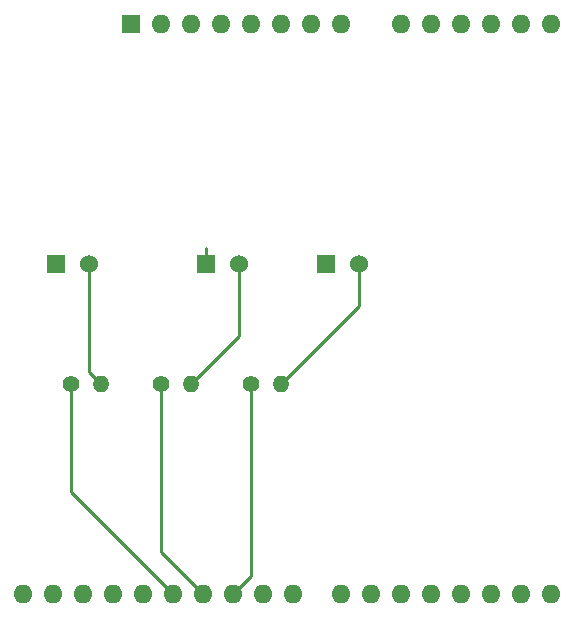
<source format=gbr>
%TF.GenerationSoftware,KiCad,Pcbnew,(6.0.7)*%
%TF.CreationDate,2022-08-16T17:30:29+09:00*%
%TF.ProjectId,uno_shield,756e6f5f-7368-4696-956c-642e6b696361,rev?*%
%TF.SameCoordinates,Original*%
%TF.FileFunction,Copper,L1,Top*%
%TF.FilePolarity,Positive*%
%FSLAX46Y46*%
G04 Gerber Fmt 4.6, Leading zero omitted, Abs format (unit mm)*
G04 Created by KiCad (PCBNEW (6.0.7)) date 2022-08-16 17:30:29*
%MOMM*%
%LPD*%
G01*
G04 APERTURE LIST*
%TA.AperFunction,ComponentPad*%
%ADD10R,1.600000X1.600000*%
%TD*%
%TA.AperFunction,ComponentPad*%
%ADD11O,1.600000X1.600000*%
%TD*%
%TA.AperFunction,ComponentPad*%
%ADD12C,1.400000*%
%TD*%
%TA.AperFunction,ComponentPad*%
%ADD13O,1.400000X1.400000*%
%TD*%
%TA.AperFunction,ComponentPad*%
%ADD14R,1.524000X1.524000*%
%TD*%
%TA.AperFunction,ComponentPad*%
%ADD15C,1.524000*%
%TD*%
%TA.AperFunction,Conductor*%
%ADD16C,0.250000*%
%TD*%
G04 APERTURE END LIST*
D10*
%TO.P,A1,1,NC*%
%TO.N,unconnected-(A1-Pad1)*%
X139700000Y-76200000D03*
D11*
%TO.P,A1,2,IOREF*%
%TO.N,unconnected-(A1-Pad2)*%
X142240000Y-76200000D03*
%TO.P,A1,3,~{RESET}*%
%TO.N,unconnected-(A1-Pad3)*%
X144780000Y-76200000D03*
%TO.P,A1,4,3V3*%
%TO.N,unconnected-(A1-Pad4)*%
X147320000Y-76200000D03*
%TO.P,A1,5,+5V*%
%TO.N,unconnected-(A1-Pad5)*%
X149860000Y-76200000D03*
%TO.P,A1,6,GND*%
%TO.N,unconnected-(A1-Pad6)*%
X152400000Y-76200000D03*
%TO.P,A1,7,GND*%
%TO.N,unconnected-(A1-Pad7)*%
X154940000Y-76200000D03*
%TO.P,A1,8,VIN*%
%TO.N,unconnected-(A1-Pad8)*%
X157480000Y-76200000D03*
%TO.P,A1,9,A0*%
%TO.N,unconnected-(A1-Pad9)*%
X162560000Y-76200000D03*
%TO.P,A1,10,A1*%
%TO.N,unconnected-(A1-Pad10)*%
X165100000Y-76200000D03*
%TO.P,A1,11,A2*%
%TO.N,unconnected-(A1-Pad11)*%
X167640000Y-76200000D03*
%TO.P,A1,12,A3*%
%TO.N,unconnected-(A1-Pad12)*%
X170180000Y-76200000D03*
%TO.P,A1,13,SDA/A4*%
%TO.N,unconnected-(A1-Pad13)*%
X172720000Y-76200000D03*
%TO.P,A1,14,SCL/A5*%
%TO.N,unconnected-(A1-Pad14)*%
X175260000Y-76200000D03*
%TO.P,A1,15,D0/RX*%
%TO.N,unconnected-(A1-Pad15)*%
X175260000Y-124460000D03*
%TO.P,A1,16,D1/TX*%
%TO.N,unconnected-(A1-Pad16)*%
X172720000Y-124460000D03*
%TO.P,A1,17,D2*%
%TO.N,unconnected-(A1-Pad17)*%
X170180000Y-124460000D03*
%TO.P,A1,18,D3*%
%TO.N,unconnected-(A1-Pad18)*%
X167640000Y-124460000D03*
%TO.P,A1,19,D4*%
%TO.N,unconnected-(A1-Pad19)*%
X165100000Y-124460000D03*
%TO.P,A1,20,D5*%
%TO.N,unconnected-(A1-Pad20)*%
X162560000Y-124460000D03*
%TO.P,A1,21,D6*%
%TO.N,unconnected-(A1-Pad21)*%
X160020000Y-124460000D03*
%TO.P,A1,22,D7*%
%TO.N,unconnected-(A1-Pad22)*%
X157480000Y-124460000D03*
%TO.P,A1,23,D8*%
%TO.N,unconnected-(A1-Pad23)*%
X153420000Y-124460000D03*
%TO.P,A1,24,D9*%
%TO.N,unconnected-(A1-Pad24)*%
X150880000Y-124460000D03*
%TO.P,A1,25,D10*%
%TO.N,Net-(A1-Pad25)*%
X148340000Y-124460000D03*
%TO.P,A1,26,D11*%
%TO.N,Net-(A1-Pad26)*%
X145800000Y-124460000D03*
%TO.P,A1,27,D12*%
%TO.N,Net-(A1-Pad27)*%
X143260000Y-124460000D03*
%TO.P,A1,28,D13*%
%TO.N,unconnected-(A1-Pad28)*%
X140720000Y-124460000D03*
%TO.P,A1,29,GND*%
%TO.N,GND*%
X138180000Y-124460000D03*
%TO.P,A1,30,AREF*%
%TO.N,unconnected-(A1-Pad30)*%
X135640000Y-124460000D03*
%TO.P,A1,31,SDA/A4*%
%TO.N,unconnected-(A1-Pad31)*%
X133100000Y-124460000D03*
%TO.P,A1,32,SCL/A5*%
%TO.N,unconnected-(A1-Pad32)*%
X130560000Y-124460000D03*
%TD*%
D12*
%TO.P,R3,1*%
%TO.N,Net-(A1-Pad27)*%
X134620000Y-106680000D03*
D13*
%TO.P,R3,2*%
%TO.N,Net-(D3-Pad2)*%
X137160000Y-106680000D03*
%TD*%
D12*
%TO.P,R2,1*%
%TO.N,Net-(A1-Pad26)*%
X142240000Y-106680000D03*
D13*
%TO.P,R2,2*%
%TO.N,Net-(D2-Pad2)*%
X144780000Y-106680000D03*
%TD*%
D12*
%TO.P,R1,1*%
%TO.N,Net-(A1-Pad25)*%
X149860000Y-106680000D03*
D13*
%TO.P,R1,2*%
%TO.N,Net-(D1-Pad2)*%
X152400000Y-106680000D03*
%TD*%
D14*
%TO.P,D3,1*%
%TO.N,GND*%
X133320000Y-96520000D03*
D15*
%TO.P,D3,2*%
%TO.N,Net-(D3-Pad2)*%
X136120000Y-96520000D03*
%TD*%
D14*
%TO.P,D2,1*%
%TO.N,GND*%
X146020000Y-96520000D03*
D15*
%TO.P,D2,2*%
%TO.N,Net-(D2-Pad2)*%
X148820000Y-96520000D03*
%TD*%
D14*
%TO.P,D1,1*%
%TO.N,GND*%
X156180000Y-96520000D03*
D15*
%TO.P,D1,2*%
%TO.N,Net-(D1-Pad2)*%
X158980000Y-96520000D03*
%TD*%
D16*
%TO.N,Net-(A1-Pad25)*%
X149860000Y-122940000D02*
X148340000Y-124460000D01*
X149860000Y-106680000D02*
X149860000Y-122940000D01*
%TO.N,Net-(A1-Pad26)*%
X142240000Y-120900000D02*
X145800000Y-124460000D01*
X142240000Y-106680000D02*
X142240000Y-120900000D01*
%TO.N,Net-(A1-Pad27)*%
X134620000Y-115820000D02*
X143260000Y-124460000D01*
X134620000Y-106680000D02*
X134620000Y-115820000D01*
%TO.N,GND*%
X146020000Y-95220000D02*
X146020000Y-96520000D01*
%TO.N,Net-(D1-Pad2)*%
X158980000Y-100100000D02*
X152400000Y-106680000D01*
X158980000Y-96520000D02*
X158980000Y-100100000D01*
%TO.N,Net-(D2-Pad2)*%
X148820000Y-102640000D02*
X144780000Y-106680000D01*
X148820000Y-96520000D02*
X148820000Y-102640000D01*
%TO.N,Net-(D3-Pad2)*%
X136120000Y-105640000D02*
X137160000Y-106680000D01*
X136120000Y-96520000D02*
X136120000Y-105640000D01*
%TD*%
M02*

</source>
